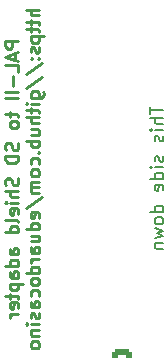
<source format=gbr>
%TF.GenerationSoftware,KiCad,Pcbnew,7.0.11*%
%TF.CreationDate,2025-03-11T16:20:29+01:00*%
%TF.ProjectId,pal-2-sd-shield-adapter,70616c2d-322d-4736-942d-736869656c64,rev?*%
%TF.SameCoordinates,Original*%
%TF.FileFunction,Legend,Bot*%
%TF.FilePolarity,Positive*%
%FSLAX46Y46*%
G04 Gerber Fmt 4.6, Leading zero omitted, Abs format (unit mm)*
G04 Created by KiCad (PCBNEW 7.0.11) date 2025-03-11 16:20:29*
%MOMM*%
%LPD*%
G01*
G04 APERTURE LIST*
G04 Aperture macros list*
%AMRoundRect*
0 Rectangle with rounded corners*
0 $1 Rounding radius*
0 $2 $3 $4 $5 $6 $7 $8 $9 X,Y pos of 4 corners*
0 Add a 4 corners polygon primitive as box body*
4,1,4,$2,$3,$4,$5,$6,$7,$8,$9,$2,$3,0*
0 Add four circle primitives for the rounded corners*
1,1,$1+$1,$2,$3*
1,1,$1+$1,$4,$5*
1,1,$1+$1,$6,$7*
1,1,$1+$1,$8,$9*
0 Add four rect primitives between the rounded corners*
20,1,$1+$1,$2,$3,$4,$5,0*
20,1,$1+$1,$4,$5,$6,$7,0*
20,1,$1+$1,$6,$7,$8,$9,0*
20,1,$1+$1,$8,$9,$2,$3,0*%
G04 Aperture macros list end*
%ADD10C,0.220000*%
%ADD11C,0.200000*%
%ADD12RoundRect,0.250000X0.600000X0.600000X-0.600000X0.600000X-0.600000X-0.600000X0.600000X-0.600000X0*%
%ADD13C,1.700000*%
%ADD14R,1.700000X1.700000*%
%ADD15O,1.700000X1.700000*%
G04 APERTURE END LIST*
D10*
X65981940Y-79001429D02*
X64881940Y-79001429D01*
X64881940Y-79001429D02*
X64881940Y-79420477D01*
X64881940Y-79420477D02*
X64934321Y-79525239D01*
X64934321Y-79525239D02*
X64986702Y-79577620D01*
X64986702Y-79577620D02*
X65091464Y-79630001D01*
X65091464Y-79630001D02*
X65248607Y-79630001D01*
X65248607Y-79630001D02*
X65353369Y-79577620D01*
X65353369Y-79577620D02*
X65405750Y-79525239D01*
X65405750Y-79525239D02*
X65458131Y-79420477D01*
X65458131Y-79420477D02*
X65458131Y-79001429D01*
X65667655Y-80049048D02*
X65667655Y-80572858D01*
X65981940Y-79944286D02*
X64881940Y-80310953D01*
X64881940Y-80310953D02*
X65981940Y-80677620D01*
X65981940Y-81568096D02*
X65981940Y-81044286D01*
X65981940Y-81044286D02*
X64881940Y-81044286D01*
X65562893Y-81934762D02*
X65562893Y-82772858D01*
X65981940Y-83296667D02*
X64881940Y-83296667D01*
X65981940Y-83820477D02*
X64881940Y-83820477D01*
X65248607Y-85025239D02*
X65248607Y-85444287D01*
X64881940Y-85182382D02*
X65824798Y-85182382D01*
X65824798Y-85182382D02*
X65929560Y-85234763D01*
X65929560Y-85234763D02*
X65981940Y-85339525D01*
X65981940Y-85339525D02*
X65981940Y-85444287D01*
X65981940Y-85968096D02*
X65929560Y-85863334D01*
X65929560Y-85863334D02*
X65877179Y-85810953D01*
X65877179Y-85810953D02*
X65772417Y-85758572D01*
X65772417Y-85758572D02*
X65458131Y-85758572D01*
X65458131Y-85758572D02*
X65353369Y-85810953D01*
X65353369Y-85810953D02*
X65300988Y-85863334D01*
X65300988Y-85863334D02*
X65248607Y-85968096D01*
X65248607Y-85968096D02*
X65248607Y-86125239D01*
X65248607Y-86125239D02*
X65300988Y-86230001D01*
X65300988Y-86230001D02*
X65353369Y-86282382D01*
X65353369Y-86282382D02*
X65458131Y-86334763D01*
X65458131Y-86334763D02*
X65772417Y-86334763D01*
X65772417Y-86334763D02*
X65877179Y-86282382D01*
X65877179Y-86282382D02*
X65929560Y-86230001D01*
X65929560Y-86230001D02*
X65981940Y-86125239D01*
X65981940Y-86125239D02*
X65981940Y-85968096D01*
X65929560Y-87591905D02*
X65981940Y-87749048D01*
X65981940Y-87749048D02*
X65981940Y-88010953D01*
X65981940Y-88010953D02*
X65929560Y-88115715D01*
X65929560Y-88115715D02*
X65877179Y-88168096D01*
X65877179Y-88168096D02*
X65772417Y-88220477D01*
X65772417Y-88220477D02*
X65667655Y-88220477D01*
X65667655Y-88220477D02*
X65562893Y-88168096D01*
X65562893Y-88168096D02*
X65510512Y-88115715D01*
X65510512Y-88115715D02*
X65458131Y-88010953D01*
X65458131Y-88010953D02*
X65405750Y-87801429D01*
X65405750Y-87801429D02*
X65353369Y-87696667D01*
X65353369Y-87696667D02*
X65300988Y-87644286D01*
X65300988Y-87644286D02*
X65196226Y-87591905D01*
X65196226Y-87591905D02*
X65091464Y-87591905D01*
X65091464Y-87591905D02*
X64986702Y-87644286D01*
X64986702Y-87644286D02*
X64934321Y-87696667D01*
X64934321Y-87696667D02*
X64881940Y-87801429D01*
X64881940Y-87801429D02*
X64881940Y-88063334D01*
X64881940Y-88063334D02*
X64934321Y-88220477D01*
X65981940Y-88691905D02*
X64881940Y-88691905D01*
X64881940Y-88691905D02*
X64881940Y-88953810D01*
X64881940Y-88953810D02*
X64934321Y-89110953D01*
X64934321Y-89110953D02*
X65039083Y-89215715D01*
X65039083Y-89215715D02*
X65143845Y-89268096D01*
X65143845Y-89268096D02*
X65353369Y-89320477D01*
X65353369Y-89320477D02*
X65510512Y-89320477D01*
X65510512Y-89320477D02*
X65720036Y-89268096D01*
X65720036Y-89268096D02*
X65824798Y-89215715D01*
X65824798Y-89215715D02*
X65929560Y-89110953D01*
X65929560Y-89110953D02*
X65981940Y-88953810D01*
X65981940Y-88953810D02*
X65981940Y-88691905D01*
X65929560Y-90577619D02*
X65981940Y-90734762D01*
X65981940Y-90734762D02*
X65981940Y-90996667D01*
X65981940Y-90996667D02*
X65929560Y-91101429D01*
X65929560Y-91101429D02*
X65877179Y-91153810D01*
X65877179Y-91153810D02*
X65772417Y-91206191D01*
X65772417Y-91206191D02*
X65667655Y-91206191D01*
X65667655Y-91206191D02*
X65562893Y-91153810D01*
X65562893Y-91153810D02*
X65510512Y-91101429D01*
X65510512Y-91101429D02*
X65458131Y-90996667D01*
X65458131Y-90996667D02*
X65405750Y-90787143D01*
X65405750Y-90787143D02*
X65353369Y-90682381D01*
X65353369Y-90682381D02*
X65300988Y-90630000D01*
X65300988Y-90630000D02*
X65196226Y-90577619D01*
X65196226Y-90577619D02*
X65091464Y-90577619D01*
X65091464Y-90577619D02*
X64986702Y-90630000D01*
X64986702Y-90630000D02*
X64934321Y-90682381D01*
X64934321Y-90682381D02*
X64881940Y-90787143D01*
X64881940Y-90787143D02*
X64881940Y-91049048D01*
X64881940Y-91049048D02*
X64934321Y-91206191D01*
X65981940Y-91677619D02*
X64881940Y-91677619D01*
X65981940Y-92149048D02*
X65405750Y-92149048D01*
X65405750Y-92149048D02*
X65300988Y-92096667D01*
X65300988Y-92096667D02*
X65248607Y-91991905D01*
X65248607Y-91991905D02*
X65248607Y-91834762D01*
X65248607Y-91834762D02*
X65300988Y-91730000D01*
X65300988Y-91730000D02*
X65353369Y-91677619D01*
X65981940Y-92672857D02*
X65248607Y-92672857D01*
X64881940Y-92672857D02*
X64934321Y-92620476D01*
X64934321Y-92620476D02*
X64986702Y-92672857D01*
X64986702Y-92672857D02*
X64934321Y-92725238D01*
X64934321Y-92725238D02*
X64881940Y-92672857D01*
X64881940Y-92672857D02*
X64986702Y-92672857D01*
X65929560Y-93615715D02*
X65981940Y-93510953D01*
X65981940Y-93510953D02*
X65981940Y-93301429D01*
X65981940Y-93301429D02*
X65929560Y-93196667D01*
X65929560Y-93196667D02*
X65824798Y-93144286D01*
X65824798Y-93144286D02*
X65405750Y-93144286D01*
X65405750Y-93144286D02*
X65300988Y-93196667D01*
X65300988Y-93196667D02*
X65248607Y-93301429D01*
X65248607Y-93301429D02*
X65248607Y-93510953D01*
X65248607Y-93510953D02*
X65300988Y-93615715D01*
X65300988Y-93615715D02*
X65405750Y-93668096D01*
X65405750Y-93668096D02*
X65510512Y-93668096D01*
X65510512Y-93668096D02*
X65615274Y-93144286D01*
X65981940Y-94296667D02*
X65929560Y-94191905D01*
X65929560Y-94191905D02*
X65824798Y-94139524D01*
X65824798Y-94139524D02*
X64881940Y-94139524D01*
X65981940Y-95187143D02*
X64881940Y-95187143D01*
X65929560Y-95187143D02*
X65981940Y-95082381D01*
X65981940Y-95082381D02*
X65981940Y-94872857D01*
X65981940Y-94872857D02*
X65929560Y-94768095D01*
X65929560Y-94768095D02*
X65877179Y-94715714D01*
X65877179Y-94715714D02*
X65772417Y-94663333D01*
X65772417Y-94663333D02*
X65458131Y-94663333D01*
X65458131Y-94663333D02*
X65353369Y-94715714D01*
X65353369Y-94715714D02*
X65300988Y-94768095D01*
X65300988Y-94768095D02*
X65248607Y-94872857D01*
X65248607Y-94872857D02*
X65248607Y-95082381D01*
X65248607Y-95082381D02*
X65300988Y-95187143D01*
X65981940Y-97020476D02*
X65405750Y-97020476D01*
X65405750Y-97020476D02*
X65300988Y-96968095D01*
X65300988Y-96968095D02*
X65248607Y-96863333D01*
X65248607Y-96863333D02*
X65248607Y-96653809D01*
X65248607Y-96653809D02*
X65300988Y-96549047D01*
X65929560Y-97020476D02*
X65981940Y-96915714D01*
X65981940Y-96915714D02*
X65981940Y-96653809D01*
X65981940Y-96653809D02*
X65929560Y-96549047D01*
X65929560Y-96549047D02*
X65824798Y-96496666D01*
X65824798Y-96496666D02*
X65720036Y-96496666D01*
X65720036Y-96496666D02*
X65615274Y-96549047D01*
X65615274Y-96549047D02*
X65562893Y-96653809D01*
X65562893Y-96653809D02*
X65562893Y-96915714D01*
X65562893Y-96915714D02*
X65510512Y-97020476D01*
X65981940Y-98015714D02*
X64881940Y-98015714D01*
X65929560Y-98015714D02*
X65981940Y-97910952D01*
X65981940Y-97910952D02*
X65981940Y-97701428D01*
X65981940Y-97701428D02*
X65929560Y-97596666D01*
X65929560Y-97596666D02*
X65877179Y-97544285D01*
X65877179Y-97544285D02*
X65772417Y-97491904D01*
X65772417Y-97491904D02*
X65458131Y-97491904D01*
X65458131Y-97491904D02*
X65353369Y-97544285D01*
X65353369Y-97544285D02*
X65300988Y-97596666D01*
X65300988Y-97596666D02*
X65248607Y-97701428D01*
X65248607Y-97701428D02*
X65248607Y-97910952D01*
X65248607Y-97910952D02*
X65300988Y-98015714D01*
X65981940Y-99010952D02*
X65405750Y-99010952D01*
X65405750Y-99010952D02*
X65300988Y-98958571D01*
X65300988Y-98958571D02*
X65248607Y-98853809D01*
X65248607Y-98853809D02*
X65248607Y-98644285D01*
X65248607Y-98644285D02*
X65300988Y-98539523D01*
X65929560Y-99010952D02*
X65981940Y-98906190D01*
X65981940Y-98906190D02*
X65981940Y-98644285D01*
X65981940Y-98644285D02*
X65929560Y-98539523D01*
X65929560Y-98539523D02*
X65824798Y-98487142D01*
X65824798Y-98487142D02*
X65720036Y-98487142D01*
X65720036Y-98487142D02*
X65615274Y-98539523D01*
X65615274Y-98539523D02*
X65562893Y-98644285D01*
X65562893Y-98644285D02*
X65562893Y-98906190D01*
X65562893Y-98906190D02*
X65510512Y-99010952D01*
X65248607Y-99534761D02*
X66348607Y-99534761D01*
X65300988Y-99534761D02*
X65248607Y-99639523D01*
X65248607Y-99639523D02*
X65248607Y-99849047D01*
X65248607Y-99849047D02*
X65300988Y-99953809D01*
X65300988Y-99953809D02*
X65353369Y-100006190D01*
X65353369Y-100006190D02*
X65458131Y-100058571D01*
X65458131Y-100058571D02*
X65772417Y-100058571D01*
X65772417Y-100058571D02*
X65877179Y-100006190D01*
X65877179Y-100006190D02*
X65929560Y-99953809D01*
X65929560Y-99953809D02*
X65981940Y-99849047D01*
X65981940Y-99849047D02*
X65981940Y-99639523D01*
X65981940Y-99639523D02*
X65929560Y-99534761D01*
X65248607Y-100372856D02*
X65248607Y-100791904D01*
X64881940Y-100529999D02*
X65824798Y-100529999D01*
X65824798Y-100529999D02*
X65929560Y-100582380D01*
X65929560Y-100582380D02*
X65981940Y-100687142D01*
X65981940Y-100687142D02*
X65981940Y-100791904D01*
X65929560Y-101577618D02*
X65981940Y-101472856D01*
X65981940Y-101472856D02*
X65981940Y-101263332D01*
X65981940Y-101263332D02*
X65929560Y-101158570D01*
X65929560Y-101158570D02*
X65824798Y-101106189D01*
X65824798Y-101106189D02*
X65405750Y-101106189D01*
X65405750Y-101106189D02*
X65300988Y-101158570D01*
X65300988Y-101158570D02*
X65248607Y-101263332D01*
X65248607Y-101263332D02*
X65248607Y-101472856D01*
X65248607Y-101472856D02*
X65300988Y-101577618D01*
X65300988Y-101577618D02*
X65405750Y-101629999D01*
X65405750Y-101629999D02*
X65510512Y-101629999D01*
X65510512Y-101629999D02*
X65615274Y-101106189D01*
X65981940Y-102101427D02*
X65248607Y-102101427D01*
X65458131Y-102101427D02*
X65353369Y-102153808D01*
X65353369Y-102153808D02*
X65300988Y-102206189D01*
X65300988Y-102206189D02*
X65248607Y-102310951D01*
X65248607Y-102310951D02*
X65248607Y-102415713D01*
X67752940Y-76330000D02*
X66652940Y-76330000D01*
X67752940Y-76801429D02*
X67176750Y-76801429D01*
X67176750Y-76801429D02*
X67071988Y-76749048D01*
X67071988Y-76749048D02*
X67019607Y-76644286D01*
X67019607Y-76644286D02*
X67019607Y-76487143D01*
X67019607Y-76487143D02*
X67071988Y-76382381D01*
X67071988Y-76382381D02*
X67124369Y-76330000D01*
X67019607Y-77168095D02*
X67019607Y-77587143D01*
X66652940Y-77325238D02*
X67595798Y-77325238D01*
X67595798Y-77325238D02*
X67700560Y-77377619D01*
X67700560Y-77377619D02*
X67752940Y-77482381D01*
X67752940Y-77482381D02*
X67752940Y-77587143D01*
X67019607Y-77796666D02*
X67019607Y-78215714D01*
X66652940Y-77953809D02*
X67595798Y-77953809D01*
X67595798Y-77953809D02*
X67700560Y-78006190D01*
X67700560Y-78006190D02*
X67752940Y-78110952D01*
X67752940Y-78110952D02*
X67752940Y-78215714D01*
X67019607Y-78582380D02*
X68119607Y-78582380D01*
X67071988Y-78582380D02*
X67019607Y-78687142D01*
X67019607Y-78687142D02*
X67019607Y-78896666D01*
X67019607Y-78896666D02*
X67071988Y-79001428D01*
X67071988Y-79001428D02*
X67124369Y-79053809D01*
X67124369Y-79053809D02*
X67229131Y-79106190D01*
X67229131Y-79106190D02*
X67543417Y-79106190D01*
X67543417Y-79106190D02*
X67648179Y-79053809D01*
X67648179Y-79053809D02*
X67700560Y-79001428D01*
X67700560Y-79001428D02*
X67752940Y-78896666D01*
X67752940Y-78896666D02*
X67752940Y-78687142D01*
X67752940Y-78687142D02*
X67700560Y-78582380D01*
X67700560Y-79525237D02*
X67752940Y-79629999D01*
X67752940Y-79629999D02*
X67752940Y-79839523D01*
X67752940Y-79839523D02*
X67700560Y-79944285D01*
X67700560Y-79944285D02*
X67595798Y-79996666D01*
X67595798Y-79996666D02*
X67543417Y-79996666D01*
X67543417Y-79996666D02*
X67438655Y-79944285D01*
X67438655Y-79944285D02*
X67386274Y-79839523D01*
X67386274Y-79839523D02*
X67386274Y-79682380D01*
X67386274Y-79682380D02*
X67333893Y-79577618D01*
X67333893Y-79577618D02*
X67229131Y-79525237D01*
X67229131Y-79525237D02*
X67176750Y-79525237D01*
X67176750Y-79525237D02*
X67071988Y-79577618D01*
X67071988Y-79577618D02*
X67019607Y-79682380D01*
X67019607Y-79682380D02*
X67019607Y-79839523D01*
X67019607Y-79839523D02*
X67071988Y-79944285D01*
X67648179Y-80468094D02*
X67700560Y-80520475D01*
X67700560Y-80520475D02*
X67752940Y-80468094D01*
X67752940Y-80468094D02*
X67700560Y-80415713D01*
X67700560Y-80415713D02*
X67648179Y-80468094D01*
X67648179Y-80468094D02*
X67752940Y-80468094D01*
X67071988Y-80468094D02*
X67124369Y-80520475D01*
X67124369Y-80520475D02*
X67176750Y-80468094D01*
X67176750Y-80468094D02*
X67124369Y-80415713D01*
X67124369Y-80415713D02*
X67071988Y-80468094D01*
X67071988Y-80468094D02*
X67176750Y-80468094D01*
X66600560Y-81777619D02*
X68014845Y-80834761D01*
X66600560Y-82930000D02*
X68014845Y-81987142D01*
X67019607Y-83768095D02*
X67910083Y-83768095D01*
X67910083Y-83768095D02*
X68014845Y-83715714D01*
X68014845Y-83715714D02*
X68067226Y-83663333D01*
X68067226Y-83663333D02*
X68119607Y-83558571D01*
X68119607Y-83558571D02*
X68119607Y-83401428D01*
X68119607Y-83401428D02*
X68067226Y-83296666D01*
X67700560Y-83768095D02*
X67752940Y-83663333D01*
X67752940Y-83663333D02*
X67752940Y-83453809D01*
X67752940Y-83453809D02*
X67700560Y-83349047D01*
X67700560Y-83349047D02*
X67648179Y-83296666D01*
X67648179Y-83296666D02*
X67543417Y-83244285D01*
X67543417Y-83244285D02*
X67229131Y-83244285D01*
X67229131Y-83244285D02*
X67124369Y-83296666D01*
X67124369Y-83296666D02*
X67071988Y-83349047D01*
X67071988Y-83349047D02*
X67019607Y-83453809D01*
X67019607Y-83453809D02*
X67019607Y-83663333D01*
X67019607Y-83663333D02*
X67071988Y-83768095D01*
X67752940Y-84291904D02*
X67019607Y-84291904D01*
X66652940Y-84291904D02*
X66705321Y-84239523D01*
X66705321Y-84239523D02*
X66757702Y-84291904D01*
X66757702Y-84291904D02*
X66705321Y-84344285D01*
X66705321Y-84344285D02*
X66652940Y-84291904D01*
X66652940Y-84291904D02*
X66757702Y-84291904D01*
X67019607Y-84658571D02*
X67019607Y-85077619D01*
X66652940Y-84815714D02*
X67595798Y-84815714D01*
X67595798Y-84815714D02*
X67700560Y-84868095D01*
X67700560Y-84868095D02*
X67752940Y-84972857D01*
X67752940Y-84972857D02*
X67752940Y-85077619D01*
X67752940Y-85444285D02*
X66652940Y-85444285D01*
X67752940Y-85915714D02*
X67176750Y-85915714D01*
X67176750Y-85915714D02*
X67071988Y-85863333D01*
X67071988Y-85863333D02*
X67019607Y-85758571D01*
X67019607Y-85758571D02*
X67019607Y-85601428D01*
X67019607Y-85601428D02*
X67071988Y-85496666D01*
X67071988Y-85496666D02*
X67124369Y-85444285D01*
X67019607Y-86910952D02*
X67752940Y-86910952D01*
X67019607Y-86439523D02*
X67595798Y-86439523D01*
X67595798Y-86439523D02*
X67700560Y-86491904D01*
X67700560Y-86491904D02*
X67752940Y-86596666D01*
X67752940Y-86596666D02*
X67752940Y-86753809D01*
X67752940Y-86753809D02*
X67700560Y-86858571D01*
X67700560Y-86858571D02*
X67648179Y-86910952D01*
X67752940Y-87434761D02*
X66652940Y-87434761D01*
X67071988Y-87434761D02*
X67019607Y-87539523D01*
X67019607Y-87539523D02*
X67019607Y-87749047D01*
X67019607Y-87749047D02*
X67071988Y-87853809D01*
X67071988Y-87853809D02*
X67124369Y-87906190D01*
X67124369Y-87906190D02*
X67229131Y-87958571D01*
X67229131Y-87958571D02*
X67543417Y-87958571D01*
X67543417Y-87958571D02*
X67648179Y-87906190D01*
X67648179Y-87906190D02*
X67700560Y-87853809D01*
X67700560Y-87853809D02*
X67752940Y-87749047D01*
X67752940Y-87749047D02*
X67752940Y-87539523D01*
X67752940Y-87539523D02*
X67700560Y-87434761D01*
X67648179Y-88429999D02*
X67700560Y-88482380D01*
X67700560Y-88482380D02*
X67752940Y-88429999D01*
X67752940Y-88429999D02*
X67700560Y-88377618D01*
X67700560Y-88377618D02*
X67648179Y-88429999D01*
X67648179Y-88429999D02*
X67752940Y-88429999D01*
X67700560Y-89425238D02*
X67752940Y-89320476D01*
X67752940Y-89320476D02*
X67752940Y-89110952D01*
X67752940Y-89110952D02*
X67700560Y-89006190D01*
X67700560Y-89006190D02*
X67648179Y-88953809D01*
X67648179Y-88953809D02*
X67543417Y-88901428D01*
X67543417Y-88901428D02*
X67229131Y-88901428D01*
X67229131Y-88901428D02*
X67124369Y-88953809D01*
X67124369Y-88953809D02*
X67071988Y-89006190D01*
X67071988Y-89006190D02*
X67019607Y-89110952D01*
X67019607Y-89110952D02*
X67019607Y-89320476D01*
X67019607Y-89320476D02*
X67071988Y-89425238D01*
X67752940Y-90053809D02*
X67700560Y-89949047D01*
X67700560Y-89949047D02*
X67648179Y-89896666D01*
X67648179Y-89896666D02*
X67543417Y-89844285D01*
X67543417Y-89844285D02*
X67229131Y-89844285D01*
X67229131Y-89844285D02*
X67124369Y-89896666D01*
X67124369Y-89896666D02*
X67071988Y-89949047D01*
X67071988Y-89949047D02*
X67019607Y-90053809D01*
X67019607Y-90053809D02*
X67019607Y-90210952D01*
X67019607Y-90210952D02*
X67071988Y-90315714D01*
X67071988Y-90315714D02*
X67124369Y-90368095D01*
X67124369Y-90368095D02*
X67229131Y-90420476D01*
X67229131Y-90420476D02*
X67543417Y-90420476D01*
X67543417Y-90420476D02*
X67648179Y-90368095D01*
X67648179Y-90368095D02*
X67700560Y-90315714D01*
X67700560Y-90315714D02*
X67752940Y-90210952D01*
X67752940Y-90210952D02*
X67752940Y-90053809D01*
X67752940Y-90891904D02*
X67019607Y-90891904D01*
X67124369Y-90891904D02*
X67071988Y-90944285D01*
X67071988Y-90944285D02*
X67019607Y-91049047D01*
X67019607Y-91049047D02*
X67019607Y-91206190D01*
X67019607Y-91206190D02*
X67071988Y-91310952D01*
X67071988Y-91310952D02*
X67176750Y-91363333D01*
X67176750Y-91363333D02*
X67752940Y-91363333D01*
X67176750Y-91363333D02*
X67071988Y-91415714D01*
X67071988Y-91415714D02*
X67019607Y-91520476D01*
X67019607Y-91520476D02*
X67019607Y-91677619D01*
X67019607Y-91677619D02*
X67071988Y-91782380D01*
X67071988Y-91782380D02*
X67176750Y-91834761D01*
X67176750Y-91834761D02*
X67752940Y-91834761D01*
X66600560Y-93144286D02*
X68014845Y-92201428D01*
X67700560Y-93930000D02*
X67752940Y-93825238D01*
X67752940Y-93825238D02*
X67752940Y-93615714D01*
X67752940Y-93615714D02*
X67700560Y-93510952D01*
X67700560Y-93510952D02*
X67595798Y-93458571D01*
X67595798Y-93458571D02*
X67176750Y-93458571D01*
X67176750Y-93458571D02*
X67071988Y-93510952D01*
X67071988Y-93510952D02*
X67019607Y-93615714D01*
X67019607Y-93615714D02*
X67019607Y-93825238D01*
X67019607Y-93825238D02*
X67071988Y-93930000D01*
X67071988Y-93930000D02*
X67176750Y-93982381D01*
X67176750Y-93982381D02*
X67281512Y-93982381D01*
X67281512Y-93982381D02*
X67386274Y-93458571D01*
X67752940Y-94925238D02*
X66652940Y-94925238D01*
X67700560Y-94925238D02*
X67752940Y-94820476D01*
X67752940Y-94820476D02*
X67752940Y-94610952D01*
X67752940Y-94610952D02*
X67700560Y-94506190D01*
X67700560Y-94506190D02*
X67648179Y-94453809D01*
X67648179Y-94453809D02*
X67543417Y-94401428D01*
X67543417Y-94401428D02*
X67229131Y-94401428D01*
X67229131Y-94401428D02*
X67124369Y-94453809D01*
X67124369Y-94453809D02*
X67071988Y-94506190D01*
X67071988Y-94506190D02*
X67019607Y-94610952D01*
X67019607Y-94610952D02*
X67019607Y-94820476D01*
X67019607Y-94820476D02*
X67071988Y-94925238D01*
X67019607Y-95920476D02*
X67752940Y-95920476D01*
X67019607Y-95449047D02*
X67595798Y-95449047D01*
X67595798Y-95449047D02*
X67700560Y-95501428D01*
X67700560Y-95501428D02*
X67752940Y-95606190D01*
X67752940Y-95606190D02*
X67752940Y-95763333D01*
X67752940Y-95763333D02*
X67700560Y-95868095D01*
X67700560Y-95868095D02*
X67648179Y-95920476D01*
X67752940Y-96915714D02*
X67176750Y-96915714D01*
X67176750Y-96915714D02*
X67071988Y-96863333D01*
X67071988Y-96863333D02*
X67019607Y-96758571D01*
X67019607Y-96758571D02*
X67019607Y-96549047D01*
X67019607Y-96549047D02*
X67071988Y-96444285D01*
X67700560Y-96915714D02*
X67752940Y-96810952D01*
X67752940Y-96810952D02*
X67752940Y-96549047D01*
X67752940Y-96549047D02*
X67700560Y-96444285D01*
X67700560Y-96444285D02*
X67595798Y-96391904D01*
X67595798Y-96391904D02*
X67491036Y-96391904D01*
X67491036Y-96391904D02*
X67386274Y-96444285D01*
X67386274Y-96444285D02*
X67333893Y-96549047D01*
X67333893Y-96549047D02*
X67333893Y-96810952D01*
X67333893Y-96810952D02*
X67281512Y-96915714D01*
X67752940Y-97439523D02*
X67019607Y-97439523D01*
X67229131Y-97439523D02*
X67124369Y-97491904D01*
X67124369Y-97491904D02*
X67071988Y-97544285D01*
X67071988Y-97544285D02*
X67019607Y-97649047D01*
X67019607Y-97649047D02*
X67019607Y-97753809D01*
X67752940Y-98591904D02*
X66652940Y-98591904D01*
X67700560Y-98591904D02*
X67752940Y-98487142D01*
X67752940Y-98487142D02*
X67752940Y-98277618D01*
X67752940Y-98277618D02*
X67700560Y-98172856D01*
X67700560Y-98172856D02*
X67648179Y-98120475D01*
X67648179Y-98120475D02*
X67543417Y-98068094D01*
X67543417Y-98068094D02*
X67229131Y-98068094D01*
X67229131Y-98068094D02*
X67124369Y-98120475D01*
X67124369Y-98120475D02*
X67071988Y-98172856D01*
X67071988Y-98172856D02*
X67019607Y-98277618D01*
X67019607Y-98277618D02*
X67019607Y-98487142D01*
X67019607Y-98487142D02*
X67071988Y-98591904D01*
X67752940Y-99272856D02*
X67700560Y-99168094D01*
X67700560Y-99168094D02*
X67648179Y-99115713D01*
X67648179Y-99115713D02*
X67543417Y-99063332D01*
X67543417Y-99063332D02*
X67229131Y-99063332D01*
X67229131Y-99063332D02*
X67124369Y-99115713D01*
X67124369Y-99115713D02*
X67071988Y-99168094D01*
X67071988Y-99168094D02*
X67019607Y-99272856D01*
X67019607Y-99272856D02*
X67019607Y-99429999D01*
X67019607Y-99429999D02*
X67071988Y-99534761D01*
X67071988Y-99534761D02*
X67124369Y-99587142D01*
X67124369Y-99587142D02*
X67229131Y-99639523D01*
X67229131Y-99639523D02*
X67543417Y-99639523D01*
X67543417Y-99639523D02*
X67648179Y-99587142D01*
X67648179Y-99587142D02*
X67700560Y-99534761D01*
X67700560Y-99534761D02*
X67752940Y-99429999D01*
X67752940Y-99429999D02*
X67752940Y-99272856D01*
X67700560Y-100582380D02*
X67752940Y-100477618D01*
X67752940Y-100477618D02*
X67752940Y-100268094D01*
X67752940Y-100268094D02*
X67700560Y-100163332D01*
X67700560Y-100163332D02*
X67648179Y-100110951D01*
X67648179Y-100110951D02*
X67543417Y-100058570D01*
X67543417Y-100058570D02*
X67229131Y-100058570D01*
X67229131Y-100058570D02*
X67124369Y-100110951D01*
X67124369Y-100110951D02*
X67071988Y-100163332D01*
X67071988Y-100163332D02*
X67019607Y-100268094D01*
X67019607Y-100268094D02*
X67019607Y-100477618D01*
X67019607Y-100477618D02*
X67071988Y-100582380D01*
X67752940Y-101525237D02*
X67176750Y-101525237D01*
X67176750Y-101525237D02*
X67071988Y-101472856D01*
X67071988Y-101472856D02*
X67019607Y-101368094D01*
X67019607Y-101368094D02*
X67019607Y-101158570D01*
X67019607Y-101158570D02*
X67071988Y-101053808D01*
X67700560Y-101525237D02*
X67752940Y-101420475D01*
X67752940Y-101420475D02*
X67752940Y-101158570D01*
X67752940Y-101158570D02*
X67700560Y-101053808D01*
X67700560Y-101053808D02*
X67595798Y-101001427D01*
X67595798Y-101001427D02*
X67491036Y-101001427D01*
X67491036Y-101001427D02*
X67386274Y-101053808D01*
X67386274Y-101053808D02*
X67333893Y-101158570D01*
X67333893Y-101158570D02*
X67333893Y-101420475D01*
X67333893Y-101420475D02*
X67281512Y-101525237D01*
X67700560Y-101996665D02*
X67752940Y-102101427D01*
X67752940Y-102101427D02*
X67752940Y-102310951D01*
X67752940Y-102310951D02*
X67700560Y-102415713D01*
X67700560Y-102415713D02*
X67595798Y-102468094D01*
X67595798Y-102468094D02*
X67543417Y-102468094D01*
X67543417Y-102468094D02*
X67438655Y-102415713D01*
X67438655Y-102415713D02*
X67386274Y-102310951D01*
X67386274Y-102310951D02*
X67386274Y-102153808D01*
X67386274Y-102153808D02*
X67333893Y-102049046D01*
X67333893Y-102049046D02*
X67229131Y-101996665D01*
X67229131Y-101996665D02*
X67176750Y-101996665D01*
X67176750Y-101996665D02*
X67071988Y-102049046D01*
X67071988Y-102049046D02*
X67019607Y-102153808D01*
X67019607Y-102153808D02*
X67019607Y-102310951D01*
X67019607Y-102310951D02*
X67071988Y-102415713D01*
X67752940Y-102939522D02*
X67019607Y-102939522D01*
X66652940Y-102939522D02*
X66705321Y-102887141D01*
X66705321Y-102887141D02*
X66757702Y-102939522D01*
X66757702Y-102939522D02*
X66705321Y-102991903D01*
X66705321Y-102991903D02*
X66652940Y-102939522D01*
X66652940Y-102939522D02*
X66757702Y-102939522D01*
X67019607Y-103463332D02*
X67752940Y-103463332D01*
X67124369Y-103463332D02*
X67071988Y-103515713D01*
X67071988Y-103515713D02*
X67019607Y-103620475D01*
X67019607Y-103620475D02*
X67019607Y-103777618D01*
X67019607Y-103777618D02*
X67071988Y-103882380D01*
X67071988Y-103882380D02*
X67176750Y-103934761D01*
X67176750Y-103934761D02*
X67752940Y-103934761D01*
X67752940Y-104615713D02*
X67700560Y-104510951D01*
X67700560Y-104510951D02*
X67648179Y-104458570D01*
X67648179Y-104458570D02*
X67543417Y-104406189D01*
X67543417Y-104406189D02*
X67229131Y-104406189D01*
X67229131Y-104406189D02*
X67124369Y-104458570D01*
X67124369Y-104458570D02*
X67071988Y-104510951D01*
X67071988Y-104510951D02*
X67019607Y-104615713D01*
X67019607Y-104615713D02*
X67019607Y-104772856D01*
X67019607Y-104772856D02*
X67071988Y-104877618D01*
X67071988Y-104877618D02*
X67124369Y-104929999D01*
X67124369Y-104929999D02*
X67229131Y-104982380D01*
X67229131Y-104982380D02*
X67543417Y-104982380D01*
X67543417Y-104982380D02*
X67648179Y-104929999D01*
X67648179Y-104929999D02*
X67700560Y-104877618D01*
X67700560Y-104877618D02*
X67752940Y-104772856D01*
X67752940Y-104772856D02*
X67752940Y-104615713D01*
D11*
X77168480Y-84527619D02*
X77168480Y-85156191D01*
X78268480Y-84841905D02*
X77168480Y-84841905D01*
X78268480Y-85522857D02*
X77168480Y-85522857D01*
X78268480Y-85994286D02*
X77692290Y-85994286D01*
X77692290Y-85994286D02*
X77587528Y-85941905D01*
X77587528Y-85941905D02*
X77535147Y-85837143D01*
X77535147Y-85837143D02*
X77535147Y-85680000D01*
X77535147Y-85680000D02*
X77587528Y-85575238D01*
X77587528Y-85575238D02*
X77639909Y-85522857D01*
X78268480Y-86518095D02*
X77535147Y-86518095D01*
X77168480Y-86518095D02*
X77220861Y-86465714D01*
X77220861Y-86465714D02*
X77273242Y-86518095D01*
X77273242Y-86518095D02*
X77220861Y-86570476D01*
X77220861Y-86570476D02*
X77168480Y-86518095D01*
X77168480Y-86518095D02*
X77273242Y-86518095D01*
X78216100Y-86989524D02*
X78268480Y-87094286D01*
X78268480Y-87094286D02*
X78268480Y-87303810D01*
X78268480Y-87303810D02*
X78216100Y-87408572D01*
X78216100Y-87408572D02*
X78111338Y-87460953D01*
X78111338Y-87460953D02*
X78058957Y-87460953D01*
X78058957Y-87460953D02*
X77954195Y-87408572D01*
X77954195Y-87408572D02*
X77901814Y-87303810D01*
X77901814Y-87303810D02*
X77901814Y-87146667D01*
X77901814Y-87146667D02*
X77849433Y-87041905D01*
X77849433Y-87041905D02*
X77744671Y-86989524D01*
X77744671Y-86989524D02*
X77692290Y-86989524D01*
X77692290Y-86989524D02*
X77587528Y-87041905D01*
X77587528Y-87041905D02*
X77535147Y-87146667D01*
X77535147Y-87146667D02*
X77535147Y-87303810D01*
X77535147Y-87303810D02*
X77587528Y-87408572D01*
X78216100Y-88718095D02*
X78268480Y-88822857D01*
X78268480Y-88822857D02*
X78268480Y-89032381D01*
X78268480Y-89032381D02*
X78216100Y-89137143D01*
X78216100Y-89137143D02*
X78111338Y-89189524D01*
X78111338Y-89189524D02*
X78058957Y-89189524D01*
X78058957Y-89189524D02*
X77954195Y-89137143D01*
X77954195Y-89137143D02*
X77901814Y-89032381D01*
X77901814Y-89032381D02*
X77901814Y-88875238D01*
X77901814Y-88875238D02*
X77849433Y-88770476D01*
X77849433Y-88770476D02*
X77744671Y-88718095D01*
X77744671Y-88718095D02*
X77692290Y-88718095D01*
X77692290Y-88718095D02*
X77587528Y-88770476D01*
X77587528Y-88770476D02*
X77535147Y-88875238D01*
X77535147Y-88875238D02*
X77535147Y-89032381D01*
X77535147Y-89032381D02*
X77587528Y-89137143D01*
X78268480Y-89660952D02*
X77535147Y-89660952D01*
X77168480Y-89660952D02*
X77220861Y-89608571D01*
X77220861Y-89608571D02*
X77273242Y-89660952D01*
X77273242Y-89660952D02*
X77220861Y-89713333D01*
X77220861Y-89713333D02*
X77168480Y-89660952D01*
X77168480Y-89660952D02*
X77273242Y-89660952D01*
X78268480Y-90656191D02*
X77168480Y-90656191D01*
X78216100Y-90656191D02*
X78268480Y-90551429D01*
X78268480Y-90551429D02*
X78268480Y-90341905D01*
X78268480Y-90341905D02*
X78216100Y-90237143D01*
X78216100Y-90237143D02*
X78163719Y-90184762D01*
X78163719Y-90184762D02*
X78058957Y-90132381D01*
X78058957Y-90132381D02*
X77744671Y-90132381D01*
X77744671Y-90132381D02*
X77639909Y-90184762D01*
X77639909Y-90184762D02*
X77587528Y-90237143D01*
X77587528Y-90237143D02*
X77535147Y-90341905D01*
X77535147Y-90341905D02*
X77535147Y-90551429D01*
X77535147Y-90551429D02*
X77587528Y-90656191D01*
X78216100Y-91599048D02*
X78268480Y-91494286D01*
X78268480Y-91494286D02*
X78268480Y-91284762D01*
X78268480Y-91284762D02*
X78216100Y-91180000D01*
X78216100Y-91180000D02*
X78111338Y-91127619D01*
X78111338Y-91127619D02*
X77692290Y-91127619D01*
X77692290Y-91127619D02*
X77587528Y-91180000D01*
X77587528Y-91180000D02*
X77535147Y-91284762D01*
X77535147Y-91284762D02*
X77535147Y-91494286D01*
X77535147Y-91494286D02*
X77587528Y-91599048D01*
X77587528Y-91599048D02*
X77692290Y-91651429D01*
X77692290Y-91651429D02*
X77797052Y-91651429D01*
X77797052Y-91651429D02*
X77901814Y-91127619D01*
X78268480Y-93432381D02*
X77168480Y-93432381D01*
X78216100Y-93432381D02*
X78268480Y-93327619D01*
X78268480Y-93327619D02*
X78268480Y-93118095D01*
X78268480Y-93118095D02*
X78216100Y-93013333D01*
X78216100Y-93013333D02*
X78163719Y-92960952D01*
X78163719Y-92960952D02*
X78058957Y-92908571D01*
X78058957Y-92908571D02*
X77744671Y-92908571D01*
X77744671Y-92908571D02*
X77639909Y-92960952D01*
X77639909Y-92960952D02*
X77587528Y-93013333D01*
X77587528Y-93013333D02*
X77535147Y-93118095D01*
X77535147Y-93118095D02*
X77535147Y-93327619D01*
X77535147Y-93327619D02*
X77587528Y-93432381D01*
X78268480Y-94113333D02*
X78216100Y-94008571D01*
X78216100Y-94008571D02*
X78163719Y-93956190D01*
X78163719Y-93956190D02*
X78058957Y-93903809D01*
X78058957Y-93903809D02*
X77744671Y-93903809D01*
X77744671Y-93903809D02*
X77639909Y-93956190D01*
X77639909Y-93956190D02*
X77587528Y-94008571D01*
X77587528Y-94008571D02*
X77535147Y-94113333D01*
X77535147Y-94113333D02*
X77535147Y-94270476D01*
X77535147Y-94270476D02*
X77587528Y-94375238D01*
X77587528Y-94375238D02*
X77639909Y-94427619D01*
X77639909Y-94427619D02*
X77744671Y-94480000D01*
X77744671Y-94480000D02*
X78058957Y-94480000D01*
X78058957Y-94480000D02*
X78163719Y-94427619D01*
X78163719Y-94427619D02*
X78216100Y-94375238D01*
X78216100Y-94375238D02*
X78268480Y-94270476D01*
X78268480Y-94270476D02*
X78268480Y-94113333D01*
X77535147Y-94846666D02*
X78268480Y-95056190D01*
X78268480Y-95056190D02*
X77744671Y-95265714D01*
X77744671Y-95265714D02*
X78268480Y-95475238D01*
X78268480Y-95475238D02*
X77535147Y-95684762D01*
X77535147Y-96103809D02*
X78268480Y-96103809D01*
X77639909Y-96103809D02*
X77587528Y-96156190D01*
X77587528Y-96156190D02*
X77535147Y-96260952D01*
X77535147Y-96260952D02*
X77535147Y-96418095D01*
X77535147Y-96418095D02*
X77587528Y-96522857D01*
X77587528Y-96522857D02*
X77692290Y-96575238D01*
X77692290Y-96575238D02*
X78268480Y-96575238D01*
%LPC*%
D12*
%TO.C,J1*%
X74740000Y-105870000D03*
D13*
X72200000Y-105870000D03*
X74740000Y-103330000D03*
X72200000Y-103330000D03*
X74740000Y-100790000D03*
X72200000Y-100790000D03*
X74740000Y-98250000D03*
X72200000Y-98250000D03*
X74740000Y-95710000D03*
X72200000Y-95710000D03*
X74740000Y-93170000D03*
X72200000Y-93170000D03*
X74740000Y-90630000D03*
X72200000Y-90630000D03*
X74740000Y-88090000D03*
X72200000Y-88090000D03*
X74740000Y-85550000D03*
X72200000Y-85550000D03*
X74740000Y-83010000D03*
X72200000Y-83010000D03*
X74740000Y-80470000D03*
X72200000Y-80470000D03*
X74740000Y-77930000D03*
X72200000Y-77930000D03*
X74740000Y-75390000D03*
X72200000Y-75390000D03*
%TD*%
D14*
%TO.C,J2*%
X81055000Y-100790000D03*
D15*
X83595000Y-100790000D03*
X81055000Y-98250000D03*
X83595000Y-98250000D03*
X81055000Y-95710000D03*
X83595000Y-95710000D03*
X81055000Y-93170000D03*
X83595000Y-93170000D03*
X81055000Y-90630000D03*
X83595000Y-90630000D03*
X81055000Y-88090000D03*
X83595000Y-88090000D03*
X81055000Y-85550000D03*
X83595000Y-85550000D03*
X81055000Y-83010000D03*
X83595000Y-83010000D03*
X81055000Y-80470000D03*
X83595000Y-80470000D03*
%TD*%
%LPD*%
M02*

</source>
